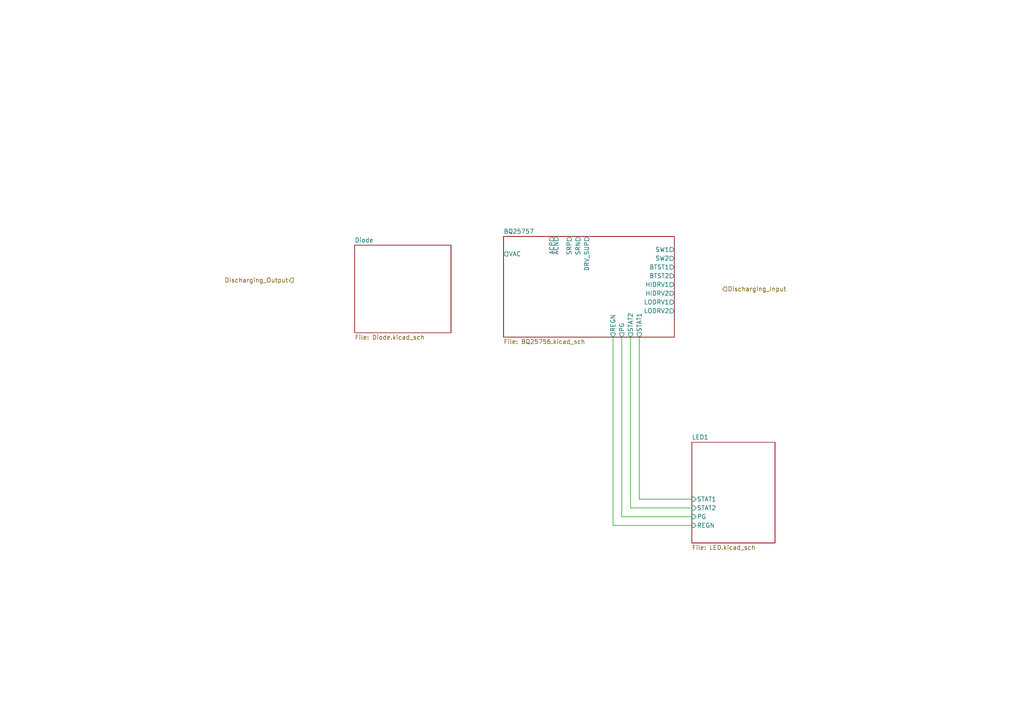
<source format=kicad_sch>
(kicad_sch
	(version 20231120)
	(generator "eeschema")
	(generator_version "8.0")
	(uuid "22ccb8a3-b9e9-4e60-b6fa-e6579cc6e4be")
	(paper "A4")
	(lib_symbols)
	(wire
		(pts
			(xy 180.34 97.79) (xy 180.34 149.86)
		)
		(stroke
			(width 0)
			(type default)
		)
		(uuid "1c30703d-6ea0-4947-aa58-a8f14b241d31")
	)
	(wire
		(pts
			(xy 182.88 147.32) (xy 200.66 147.32)
		)
		(stroke
			(width 0)
			(type default)
		)
		(uuid "1cdde76b-3235-4faf-b406-2f6ded930055")
	)
	(wire
		(pts
			(xy 185.42 97.79) (xy 185.42 144.78)
		)
		(stroke
			(width 0)
			(type default)
		)
		(uuid "1e24c8a5-317b-46c6-b591-39cabae7ade1")
	)
	(wire
		(pts
			(xy 177.8 97.79) (xy 177.8 152.4)
		)
		(stroke
			(width 0)
			(type default)
		)
		(uuid "29950e09-2add-4913-a45c-d0be37a0a8c0")
	)
	(wire
		(pts
			(xy 185.42 144.78) (xy 200.66 144.78)
		)
		(stroke
			(width 0)
			(type default)
		)
		(uuid "5be762a3-d74e-4ef6-b1d7-c13f962adbf0")
	)
	(wire
		(pts
			(xy 182.88 97.79) (xy 182.88 147.32)
		)
		(stroke
			(width 0)
			(type default)
		)
		(uuid "7b9857e7-dc6f-4df1-a4cd-4649d2c96928")
	)
	(wire
		(pts
			(xy 180.34 149.86) (xy 200.66 149.86)
		)
		(stroke
			(width 0)
			(type default)
		)
		(uuid "adf854dd-63f3-4702-8281-fb740dfbe582")
	)
	(wire
		(pts
			(xy 177.8 152.4) (xy 200.66 152.4)
		)
		(stroke
			(width 0)
			(type default)
		)
		(uuid "c325212b-180d-455f-ac1b-3abf41bc86bc")
	)
	(hierarchical_label "Discharging_Output"
		(shape output)
		(at 85.09 81.28 180)
		(effects
			(font
				(size 1.27 1.27)
			)
			(justify right)
		)
		(uuid "1ccba8b5-ea00-46d8-8bb6-ac3cc007ac11")
	)
	(hierarchical_label "Discharging_Input"
		(shape input)
		(at 209.55 83.82 0)
		(effects
			(font
				(size 1.27 1.27)
			)
			(justify left)
		)
		(uuid "84a1a398-71e3-47c5-85f8-1d6c440c98f6")
	)
	(sheet
		(at 102.87 71.12)
		(size 27.94 25.4)
		(fields_autoplaced yes)
		(stroke
			(width 0.1524)
			(type solid)
		)
		(fill
			(color 0 0 0 0.0000)
		)
		(uuid "40a0979c-9612-4f53-8db4-c6e8c237d57c")
		(property "Sheetname" "Diode"
			(at 102.87 70.4084 0)
			(effects
				(font
					(size 1.27 1.27)
				)
				(justify left bottom)
			)
		)
		(property "Sheetfile" "Diode.kicad_sch"
			(at 102.87 97.1046 0)
			(effects
				(font
					(size 1.27 1.27)
				)
				(justify left top)
			)
		)
		(instances
			(project "Anscer_Aux"
				(path "/d44f2983-207f-44ee-9882-f58ad50f0fb3/12abc178-0fb8-46e7-8904-0abe5fe853d5/6b385b1d-c8e2-4f36-896e-6a9e4f7aee84"
					(page "12")
				)
			)
		)
	)
	(sheet
		(at 200.66 128.27)
		(size 24.13 29.21)
		(fields_autoplaced yes)
		(stroke
			(width 0.1524)
			(type solid)
		)
		(fill
			(color 0 0 0 0.0000)
		)
		(uuid "a81fa280-1d3b-472f-bc12-b5d0c8658276")
		(property "Sheetname" "LED1"
			(at 200.66 127.5584 0)
			(effects
				(font
					(size 1.27 1.27)
				)
				(justify left bottom)
			)
		)
		(property "Sheetfile" "LED.kicad_sch"
			(at 200.66 158.0646 0)
			(effects
				(font
					(size 1.27 1.27)
				)
				(justify left top)
			)
		)
		(pin "STAT2" input
			(at 200.66 147.32 180)
			(effects
				(font
					(size 1.27 1.27)
				)
				(justify left)
			)
			(uuid "cf196d90-798a-4d91-9bd5-98d4886caad8")
		)
		(pin "STAT1" input
			(at 200.66 144.78 180)
			(effects
				(font
					(size 1.27 1.27)
				)
				(justify left)
			)
			(uuid "2a2cb51b-5e0b-45ff-83ca-a1a3e0642712")
		)
		(pin "PG" input
			(at 200.66 149.86 180)
			(effects
				(font
					(size 1.27 1.27)
				)
				(justify left)
			)
			(uuid "b74e9a06-5854-411c-b238-77e0f9910464")
		)
		(pin "REGN" input
			(at 200.66 152.4 180)
			(effects
				(font
					(size 1.27 1.27)
				)
				(justify left)
			)
			(uuid "4ccd350f-7441-4434-a21a-75b0aa934669")
		)
		(instances
			(project "Anscer_Aux"
				(path "/d44f2983-207f-44ee-9882-f58ad50f0fb3/12abc178-0fb8-46e7-8904-0abe5fe853d5/6b385b1d-c8e2-4f36-896e-6a9e4f7aee84"
					(page "6")
				)
			)
		)
	)
	(sheet
		(at 146.05 68.58)
		(size 49.53 29.21)
		(fields_autoplaced yes)
		(stroke
			(width 0.1524)
			(type solid)
		)
		(fill
			(color 0 0 0 0.0000)
		)
		(uuid "de3f4819-2b19-49a9-b185-39b4b74e1475")
		(property "Sheetname" "BQ25757"
			(at 146.05 67.8684 0)
			(effects
				(font
					(size 1.27 1.27)
				)
				(justify left bottom)
			)
		)
		(property "Sheetfile" "BQ25756.kicad_sch"
			(at 146.05 98.3746 0)
			(effects
				(font
					(size 1.27 1.27)
				)
				(justify left top)
			)
		)
		(pin "PG" output
			(at 180.34 97.79 270)
			(effects
				(font
					(size 1.27 1.27)
				)
				(justify left)
			)
			(uuid "3b2908d4-7431-4cab-8ed3-a8079d0672f5")
		)
		(pin "STAT1" output
			(at 185.42 97.79 270)
			(effects
				(font
					(size 1.27 1.27)
				)
				(justify left)
			)
			(uuid "a218ea11-33e5-428d-9008-52e9351222a1")
		)
		(pin "STAT2" output
			(at 182.88 97.79 270)
			(effects
				(font
					(size 1.27 1.27)
				)
				(justify left)
			)
			(uuid "349a59bf-07da-4a5e-8315-310cb7e852d3")
		)
		(pin "VAC" output
			(at 146.05 73.66 180)
			(effects
				(font
					(size 1.27 1.27)
				)
				(justify left)
			)
			(uuid "62dc76c3-b312-4e98-9267-bff2eee67b6b")
		)
		(pin "SW2" output
			(at 195.58 74.93 0)
			(effects
				(font
					(size 1.27 1.27)
				)
				(justify right)
			)
			(uuid "4313921d-10bd-49fe-b0a1-46d669de12ae")
		)
		(pin "ACP" output
			(at 160.02 68.58 90)
			(effects
				(font
					(size 1.27 1.27)
				)
				(justify right)
			)
			(uuid "f95e75ee-f6d3-4d5b-a15a-bbad46398b0f")
		)
		(pin "ACN" output
			(at 161.29 68.58 90)
			(effects
				(font
					(size 1.27 1.27)
				)
				(justify right)
			)
			(uuid "428393cd-1214-4d89-91d6-2f1351d686ae")
		)
		(pin "SW1" output
			(at 195.58 72.39 0)
			(effects
				(font
					(size 1.27 1.27)
				)
				(justify right)
			)
			(uuid "ad567089-da6a-4993-807e-6e5c0127822e")
		)
		(pin "HIDRV1" output
			(at 195.58 82.55 0)
			(effects
				(font
					(size 1.27 1.27)
				)
				(justify right)
			)
			(uuid "aab96222-2180-4779-9dc4-77dcdaf7d2c1")
		)
		(pin "HIDRV2" output
			(at 195.58 85.09 0)
			(effects
				(font
					(size 1.27 1.27)
				)
				(justify right)
			)
			(uuid "470d44f3-f613-4d9f-a4fa-19e52d4f5db6")
		)
		(pin "BTST2" output
			(at 195.58 80.01 0)
			(effects
				(font
					(size 1.27 1.27)
				)
				(justify right)
			)
			(uuid "2e8a24cd-8177-463c-b14d-8337a6ea70a2")
		)
		(pin "LODRV2" output
			(at 195.58 90.17 0)
			(effects
				(font
					(size 1.27 1.27)
				)
				(justify right)
			)
			(uuid "e57729b5-e693-4b9c-80a4-dbc15062ed45")
		)
		(pin "LODRV1" output
			(at 195.58 87.63 0)
			(effects
				(font
					(size 1.27 1.27)
				)
				(justify right)
			)
			(uuid "ae6d9d5e-32a7-4a97-ae81-3b174d281699")
		)
		(pin "BTST1" output
			(at 195.58 77.47 0)
			(effects
				(font
					(size 1.27 1.27)
				)
				(justify right)
			)
			(uuid "5d7262c7-44ce-46bd-9a9a-c44fd31925cd")
		)
		(pin "SRN" output
			(at 167.64 68.58 90)
			(effects
				(font
					(size 1.27 1.27)
				)
				(justify right)
			)
			(uuid "130284f5-285c-438b-9ee0-d49fb76c6af5")
		)
		(pin "SRP" output
			(at 165.1 68.58 90)
			(effects
				(font
					(size 1.27 1.27)
				)
				(justify right)
			)
			(uuid "90bd828f-8bf7-4653-b340-d836aaed3af4")
		)
		(pin "REGN" output
			(at 177.8 97.79 270)
			(effects
				(font
					(size 1.27 1.27)
				)
				(justify left)
			)
			(uuid "b0d5beb2-026f-4e77-95b2-d41b1f194ac8")
		)
		(pin "DRV_SUP" output
			(at 170.18 68.58 90)
			(effects
				(font
					(size 1.27 1.27)
				)
				(justify right)
			)
			(uuid "4d2f33f9-27be-4070-bb1f-dfeab3b7623a")
		)
		(instances
			(project "Anscer_Aux"
				(path "/d44f2983-207f-44ee-9882-f58ad50f0fb3/12abc178-0fb8-46e7-8904-0abe5fe853d5/6b385b1d-c8e2-4f36-896e-6a9e4f7aee84"
					(page "5")
				)
			)
		)
	)
)

</source>
